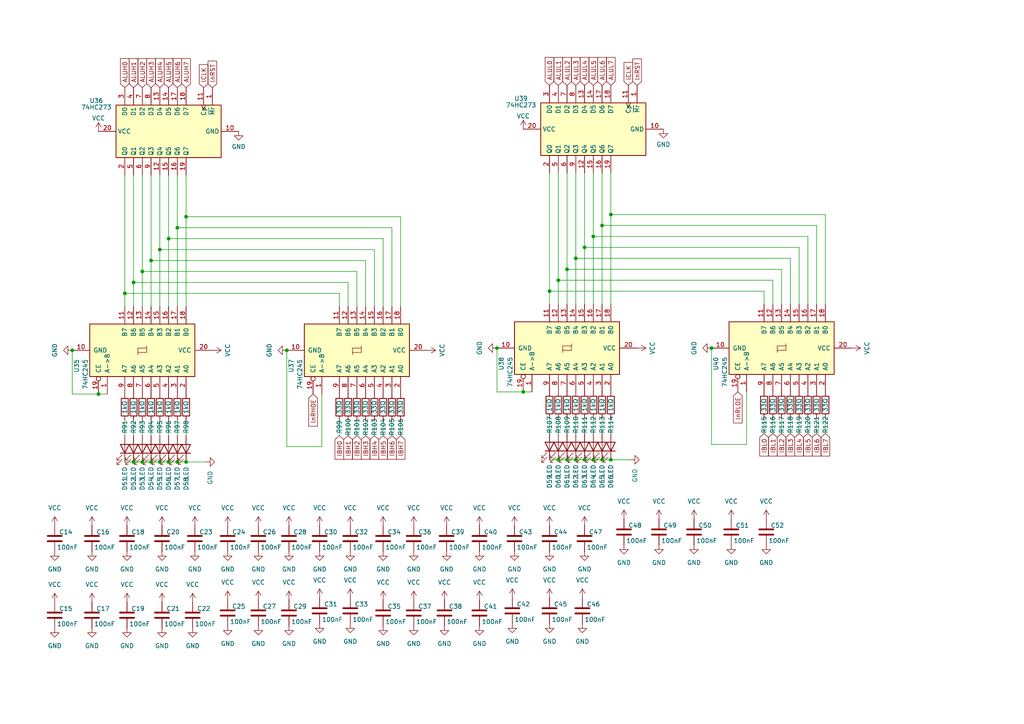
<source format=kicad_sch>
(kicad_sch (version 20211123) (generator eeschema)
  (paper "A4")
  (title_block (title "Talos ES") (date "2022-08-30") (rev "1.0") (company "The Byte Attic") (comment 1 "Kicad file by: Ricardo Setti") (comment 2 "Designed by: Bernardo Kastrup") (comment 3 "Results"))
  (junction (at 164.465 78.105))
  (junction (at 48.895 133.985))
  (junction (at 28.575 114.3))
  (junction (at 20.955 101.6))
  (junction (at 161.925 81.28))
  (junction (at 38.735 133.985))
  (junction (at 36.195 85.09))
  (junction (at 53.975 133.985))
  (junction (at 177.165 62.23))
  (junction (at 169.545 71.755))
  (junction (at 159.385 84.455))
  (junction (at 169.545 133.35))
  (junction (at 46.355 72.39))
  (junction (at 41.275 133.985))
  (junction (at 51.435 66.04))
  (junction (at 206.375 100.965))
  (junction (at 164.465 133.35))
  (junction (at 41.275 78.74))
  (junction (at 174.625 133.35))
  (junction (at 167.005 133.35))
  (junction (at 177.165 133.35))
  (junction (at 83.185 101.6))
  (junction (at 53.975 62.865))
  (junction (at 144.145 100.965))
  (junction (at 167.005 74.93))
  (junction (at 38.735 81.915))
  (junction (at 48.895 69.215))
  (junction (at 46.355 133.985))
  (junction (at 161.925 133.35))
  (junction (at 151.765 113.665))
  (junction (at 172.085 68.58))
  (junction (at 43.815 75.565))
  (junction (at 172.085 133.35))
  (junction (at 51.435 133.985))
  (junction (at 43.815 133.985))
  (junction (at 174.625 65.405))
  (wire (pts (xy 161.925 133.35) (xy 164.465 133.35)))
  (wire (pts (xy 169.545 133.35) (xy 172.085 133.35)))
  (wire (pts (xy 174.625 65.405) (xy 174.625 88.265)))
  (wire (pts (xy 83.185 101.6) (xy 83.185 129.54)))
  (wire (pts (xy 48.895 133.985) (xy 51.435 133.985)))
  (wire (pts (xy 151.765 113.665) (xy 154.305 113.665)))
  (wire (pts (xy 36.195 121.92) (xy 36.195 126.365)))
  (wire (pts (xy 226.695 121.285) (xy 226.695 125.73)))
  (wire (pts (xy 38.735 50.8) (xy 38.735 81.915)))
  (wire (pts (xy 48.895 50.8) (xy 48.895 69.215)))
  (wire (pts (xy 164.465 121.285) (xy 164.465 125.73)))
  (wire (pts (xy 221.615 121.285) (xy 221.615 125.73)))
  (wire (pts (xy 43.815 50.8) (xy 43.815 75.565)))
  (wire (pts (xy 236.855 88.265) (xy 236.855 65.405)))
  (wire (pts (xy 98.425 88.9) (xy 98.425 85.09)))
  (wire (pts (xy 174.625 133.35) (xy 177.165 133.35)))
  (wire (pts (xy 103.505 78.74) (xy 41.275 78.74)))
  (wire (pts (xy 28.575 114.3) (xy 31.115 114.3)))
  (wire (pts (xy 38.735 81.915) (xy 38.735 88.9)))
  (wire (pts (xy 159.385 121.285) (xy 159.385 125.73)))
  (wire (pts (xy 164.465 78.105) (xy 164.465 88.265)))
  (wire (pts (xy 41.275 50.8) (xy 41.275 78.74)))
  (wire (pts (xy 46.355 72.39) (xy 46.355 88.9)))
  (wire (pts (xy 51.435 50.8) (xy 51.435 66.04)))
  (wire (pts (xy 36.195 133.985) (xy 38.735 133.985)))
  (wire (pts (xy 236.855 65.405) (xy 174.625 65.405)))
  (wire (pts (xy 53.975 62.865) (xy 53.975 88.9)))
  (wire (pts (xy 111.125 69.215) (xy 48.895 69.215)))
  (wire (pts (xy 161.925 121.285) (xy 161.925 125.73)))
  (wire (pts (xy 169.545 71.755) (xy 169.545 88.265)))
  (wire (pts (xy 113.665 88.9) (xy 113.665 66.04)))
  (wire (pts (xy 229.235 121.285) (xy 229.235 125.73)))
  (wire (pts (xy 20.955 114.3) (xy 28.575 114.3)))
  (wire (pts (xy 98.425 121.92) (xy 98.425 126.365)))
  (wire (pts (xy 177.165 62.23) (xy 177.165 88.265)))
  (wire (pts (xy 172.085 68.58) (xy 172.085 88.265)))
  (wire (pts (xy 38.735 133.985) (xy 41.275 133.985)))
  (wire (pts (xy 38.735 121.92) (xy 38.735 126.365)))
  (wire (pts (xy 172.085 133.35) (xy 174.625 133.35)))
  (wire (pts (xy 236.855 121.285) (xy 236.855 125.73)))
  (wire (pts (xy 226.695 88.265) (xy 226.695 78.105)))
  (wire (pts (xy 108.585 121.92) (xy 108.585 126.365)))
  (wire (pts (xy 108.585 88.9) (xy 108.585 72.39)))
  (wire (pts (xy 100.965 81.915) (xy 38.735 81.915)))
  (wire (pts (xy 144.145 113.665) (xy 151.765 113.665)))
  (wire (pts (xy 41.275 78.74) (xy 41.275 88.9)))
  (wire (pts (xy 177.165 133.35) (xy 182.88 133.35)))
  (wire (pts (xy 231.775 121.285) (xy 231.775 125.73)))
  (wire (pts (xy 108.585 72.39) (xy 46.355 72.39)))
  (wire (pts (xy 41.275 121.92) (xy 41.275 126.365)))
  (wire (pts (xy 41.275 133.985) (xy 43.815 133.985)))
  (wire (pts (xy 169.545 50.165) (xy 169.545 71.755)))
  (wire (pts (xy 159.385 133.35) (xy 161.925 133.35)))
  (wire (pts (xy 177.165 121.285) (xy 177.165 125.73)))
  (wire (pts (xy 116.205 88.9) (xy 116.205 62.865)))
  (wire (pts (xy 224.155 88.265) (xy 224.155 81.28)))
  (wire (pts (xy 164.465 50.165) (xy 164.465 78.105)))
  (wire (pts (xy 93.345 129.54) (xy 93.345 114.3)))
  (wire (pts (xy 100.965 121.92) (xy 100.965 126.365)))
  (wire (pts (xy 159.385 84.455) (xy 159.385 88.265)))
  (wire (pts (xy 239.395 121.285) (xy 239.395 125.73)))
  (wire (pts (xy 174.625 50.165) (xy 174.625 65.405)))
  (wire (pts (xy 36.195 50.8) (xy 36.195 85.09)))
  (wire (pts (xy 172.085 121.285) (xy 172.085 125.73)))
  (wire (pts (xy 111.125 88.9) (xy 111.125 69.215)))
  (wire (pts (xy 103.505 88.9) (xy 103.505 78.74)))
  (wire (pts (xy 161.925 50.165) (xy 161.925 81.28)))
  (wire (pts (xy 43.815 75.565) (xy 43.815 88.9)))
  (wire (pts (xy 100.965 88.9) (xy 100.965 81.915)))
  (wire (pts (xy 231.775 88.265) (xy 231.775 71.755)))
  (wire (pts (xy 83.185 129.54) (xy 93.345 129.54)))
  (wire (pts (xy 51.435 133.985) (xy 53.975 133.985)))
  (wire (pts (xy 106.045 121.92) (xy 106.045 126.365)))
  (wire (pts (xy 159.385 50.165) (xy 159.385 84.455)))
  (wire (pts (xy 167.005 121.285) (xy 167.005 125.73)))
  (wire (pts (xy 48.895 69.215) (xy 48.895 88.9)))
  (wire (pts (xy 167.005 74.93) (xy 167.005 88.265)))
  (wire (pts (xy 53.975 133.985) (xy 59.69 133.985)))
  (wire (pts (xy 53.975 121.92) (xy 53.975 126.365)))
  (wire (pts (xy 106.045 88.9) (xy 106.045 75.565)))
  (wire (pts (xy 116.205 121.92) (xy 116.205 126.365)))
  (wire (pts (xy 229.235 74.93) (xy 167.005 74.93)))
  (wire (pts (xy 206.375 100.965) (xy 206.375 128.905)))
  (wire (pts (xy 53.975 50.8) (xy 53.975 62.865)))
  (wire (pts (xy 224.155 121.285) (xy 224.155 125.73)))
  (wire (pts (xy 46.355 50.8) (xy 46.355 72.39)))
  (wire (pts (xy 43.815 133.985) (xy 46.355 133.985)))
  (wire (pts (xy 113.665 121.92) (xy 113.665 126.365)))
  (wire (pts (xy 216.535 128.905) (xy 216.535 113.665)))
  (wire (pts (xy 161.925 81.28) (xy 161.925 88.265)))
  (wire (pts (xy 177.165 50.165) (xy 177.165 62.23)))
  (wire (pts (xy 167.005 133.35) (xy 169.545 133.35)))
  (wire (pts (xy 103.505 121.92) (xy 103.505 126.365)))
  (wire (pts (xy 234.315 68.58) (xy 172.085 68.58)))
  (wire (pts (xy 231.775 71.755) (xy 169.545 71.755)))
  (wire (pts (xy 172.085 50.165) (xy 172.085 68.58)))
  (wire (pts (xy 234.315 121.285) (xy 234.315 125.73)))
  (wire (pts (xy 221.615 84.455) (xy 159.385 84.455)))
  (wire (pts (xy 36.195 85.09) (xy 36.195 88.9)))
  (wire (pts (xy 164.465 133.35) (xy 167.005 133.35)))
  (wire (pts (xy 221.615 88.265) (xy 221.615 84.455)))
  (wire (pts (xy 106.045 75.565) (xy 43.815 75.565)))
  (wire (pts (xy 43.815 121.92) (xy 43.815 126.365)))
  (wire (pts (xy 226.695 78.105) (xy 164.465 78.105)))
  (wire (pts (xy 167.005 50.165) (xy 167.005 74.93)))
  (wire (pts (xy 144.145 100.965) (xy 144.145 113.665)))
  (wire (pts (xy 111.125 121.92) (xy 111.125 126.365)))
  (wire (pts (xy 48.895 121.92) (xy 48.895 126.365)))
  (wire (pts (xy 98.425 85.09) (xy 36.195 85.09)))
  (wire (pts (xy 51.435 66.04) (xy 51.435 88.9)))
  (wire (pts (xy 206.375 128.905) (xy 216.535 128.905)))
  (wire (pts (xy 229.235 88.265) (xy 229.235 74.93)))
  (wire (pts (xy 174.625 121.285) (xy 174.625 125.73)))
  (wire (pts (xy 51.435 121.92) (xy 51.435 126.365)))
  (wire (pts (xy 239.395 62.23) (xy 177.165 62.23)))
  (wire (pts (xy 46.355 133.985) (xy 48.895 133.985)))
  (wire (pts (xy 239.395 88.265) (xy 239.395 62.23)))
  (wire (pts (xy 169.545 121.285) (xy 169.545 125.73)))
  (wire (pts (xy 224.155 81.28) (xy 161.925 81.28)))
  (wire (pts (xy 113.665 66.04) (xy 51.435 66.04)))
  (wire (pts (xy 46.355 121.92) (xy 46.355 126.365)))
  (wire (pts (xy 234.315 88.265) (xy 234.315 68.58)))
  (wire (pts (xy 20.955 101.6) (xy 20.955 114.3)))
  (wire (pts (xy 116.205 62.865) (xy 53.975 62.865)))
  (global_label "ALUH6" (shape input) (at 51.435 25.4 90) (property "Intersheet References" "${INTERSHEET_REFS}" (effects hide)))
  (global_label "IBH3" (shape input) (at 106.045 126.365 270) (property "Intersheet References" "${INTERSHEET_REFS}" (effects hide)))
  (global_label "IBL1" (shape input) (at 224.155 125.73 270) (property "Intersheet References" "${INTERSHEET_REFS}" (effects hide)))
  (global_label "IBL5" (shape input) (at 234.315 125.73 270) (property "Intersheet References" "${INTERSHEET_REFS}" (effects hide)))
  (global_label "IBH7" (shape input) (at 116.205 126.365 270) (property "Intersheet References" "${INTERSHEET_REFS}" (effects hide)))
  (global_label "ALUH1" (shape input) (at 38.735 25.4 90) (property "Intersheet References" "${INTERSHEET_REFS}" (effects hide)))
  (global_label "IBH5" (shape input) (at 111.125 126.365 270) (property "Intersheet References" "${INTERSHEET_REFS}" (effects hide)))
  (global_label "IBH1" (shape input) (at 100.965 126.365 270) (property "Intersheet References" "${INTERSHEET_REFS}" (effects hide)))
  (global_label "lnRLOE" (shape input) (at 213.995 113.665 270) (property "Intersheet References" "${INTERSHEET_REFS}" (effects hide)))
  (global_label "IBH4" (shape input) (at 108.585 126.365 270) (property "Intersheet References" "${INTERSHEET_REFS}" (effects hide)))
  (global_label "lCLK" (shape input) (at 182.245 24.765 90) (property "Intersheet References" "${INTERSHEET_REFS}" (effects hide)))
  (global_label "IBL7" (shape input) (at 239.395 125.73 270) (property "Intersheet References" "${INTERSHEET_REFS}" (effects hide)))
  (global_label "ALUL0" (shape input) (at 159.385 24.765 90) (property "Intersheet References" "${INTERSHEET_REFS}" (effects hide)))
  (global_label "ALUL3" (shape input) (at 167.005 24.765 90) (property "Intersheet References" "${INTERSHEET_REFS}" (effects hide)))
  (global_label "ALUL7" (shape input) (at 177.165 24.765 90) (property "Intersheet References" "${INTERSHEET_REFS}" (effects hide)))
  (global_label "ALUH3" (shape input) (at 43.815 25.4 90) (property "Intersheet References" "${INTERSHEET_REFS}" (effects hide)))
  (global_label "ALUL2" (shape input) (at 164.465 24.765 90) (property "Intersheet References" "${INTERSHEET_REFS}" (effects hide)))
  (global_label "ALUL4" (shape input) (at 169.545 24.765 90) (property "Intersheet References" "${INTERSHEET_REFS}" (effects hide)))
  (global_label "ALUH2" (shape input) (at 41.275 25.4 90) (property "Intersheet References" "${INTERSHEET_REFS}" (effects hide)))
  (global_label "IBL4" (shape input) (at 231.775 125.73 270) (property "Intersheet References" "${INTERSHEET_REFS}" (effects hide)))
  (global_label "IBH0" (shape input) (at 98.425 126.365 270) (property "Intersheet References" "${INTERSHEET_REFS}" (effects hide)))
  (global_label "IBL6" (shape input) (at 236.855 125.73 270) (property "Intersheet References" "${INTERSHEET_REFS}" (effects hide)))
  (global_label "ALUL6" (shape input) (at 174.625 24.765 90) (property "Intersheet References" "${INTERSHEET_REFS}" (effects hide)))
  (global_label "lnRST" (shape input) (at 184.785 24.765 90) (property "Intersheet References" "${INTERSHEET_REFS}" (effects hide)))
  (global_label "ALUH0" (shape input) (at 36.195 25.4 90) (property "Intersheet References" "${INTERSHEET_REFS}" (effects hide)))
  (global_label "lCLK" (shape input) (at 59.055 25.4 90) (property "Intersheet References" "${INTERSHEET_REFS}" (effects hide)))
  (global_label "IBL3" (shape input) (at 229.235 125.73 270) (property "Intersheet References" "${INTERSHEET_REFS}" (effects hide)))
  (global_label "IBH6" (shape input) (at 113.665 126.365 270) (property "Intersheet References" "${INTERSHEET_REFS}" (effects hide)))
  (global_label "ALUL5" (shape input) (at 172.085 24.765 90) (property "Intersheet References" "${INTERSHEET_REFS}" (effects hide)))
  (global_label "ALUH7" (shape input) (at 53.975 25.4 90) (property "Intersheet References" "${INTERSHEET_REFS}" (effects hide)))
  (global_label "ALUL1" (shape input) (at 161.925 24.765 90) (property "Intersheet References" "${INTERSHEET_REFS}" (effects hide)))
  (global_label "IBL0" (shape input) (at 221.615 125.73 270) (property "Intersheet References" "${INTERSHEET_REFS}" (effects hide)))
  (global_label "lnRST" (shape input) (at 61.595 25.4 90) (property "Intersheet References" "${INTERSHEET_REFS}" (effects hide)))
  (global_label "ALUH4" (shape input) (at 46.355 25.4 90) (property "Intersheet References" "${INTERSHEET_REFS}" (effects hide)))
  (global_label "IBL2" (shape input) (at 226.695 125.73 270) (property "Intersheet References" "${INTERSHEET_REFS}" (effects hide)))
  (global_label "ALUH5" (shape input) (at 48.895 25.4 90) (property "Intersheet References" "${INTERSHEET_REFS}" (effects hide)))
  (global_label "lnRHOE" (shape input) (at 90.805 114.3 270) (property "Intersheet References" "${INTERSHEET_REFS}" (effects hide)))
  (global_label "IBH2" (shape input) (at 103.505 126.365 270) (property "Intersheet References" "${INTERSHEET_REFS}" (effects hide)))
  (symbol (lib_id "Device:C") (at 111.125 177.8 0) (unit 1)
    (property "Reference" "C35" (at 112.395 175.895 0) (effects (justify left)))
    (property "Value" "100nF" (at 111.76 180.34 0) (effects (justify left)))
    (property "Footprint" "Capacitor_THT:C_Disc_D4.7mm_W2.5mm_P5.00mm" (effects hide))
  )
  (symbol (lib_id "power:GND") (at 83.185 101.6 270) (mirror x) (unit 1)
    (property "Reference" "#PWR0237" (effects hide))
    (property "Value" "GND" (at 78.105 101.6 0))
  )
  (symbol (lib_id "Device:LED") (at 46.355 130.175 270) (mirror x) (unit 1)
    (property "Reference" "D55" (at 46.355 140.335 0))
    (property "Value" "LED" (at 46.355 137.16 0))
    (property "Footprint" "LED_THT:LED_D5.0mm" (effects hide))
  )
  (symbol (lib_id "Device:C") (at 101.6 156.21 0) (unit 1)
    (property "Reference" "C32" (at 102.87 154.305 0) (effects (justify left)))
    (property "Value" "100nF" (at 102.235 158.75 0) (effects (justify left)))
    (property "Footprint" "Capacitor_THT:C_Disc_D4.7mm_W2.5mm_P5.00mm" (effects hide))
  )
  (symbol (lib_id "power:GND") (at 222.25 158.115 0) (unit 1)
    (property "Reference" "#PWR0322" (effects hide))
    (property "Value" "GND" (at 222.25 163.195 0))
  )
  (symbol (lib_id "power:VCC") (at 139.065 173.99 0) (unit 1)
    (property "Reference" "#PWR0297" (effects hide))
    (property "Value" "VCC" (at 139.065 168.91 0))
  )
  (symbol (lib_id "Device:C") (at 159.385 156.21 0) (unit 1)
    (property "Reference" "C44" (at 160.655 154.305 0) (effects (justify left)))
    (property "Value" "100nF" (at 160.02 158.75 0) (effects (justify left)))
    (property "Footprint" "Capacitor_THT:C_Disc_D4.7mm_W2.5mm_P5.00mm" (effects hide))
  )
  (symbol (lib_id "Device:C") (at 159.385 177.165 0) (unit 1)
    (property "Reference" "C45" (at 160.655 175.26 0) (effects (justify left)))
    (property "Value" "100nF" (at 160.02 179.705 0) (effects (justify left)))
    (property "Footprint" "Capacitor_THT:C_Disc_D4.7mm_W2.5mm_P5.00mm" (effects hide))
  )
  (symbol (lib_id "power:VCC") (at 159.385 173.355 0) (unit 1)
    (property "Reference" "#PWR0301" (effects hide))
    (property "Value" "VCC" (at 159.385 168.275 0))
  )
  (symbol (lib_id "Device:R") (at 48.895 118.11 0) (mirror x) (unit 1)
    (property "Reference" "R96" (at 48.895 123.825 90))
    (property "Value" "1kΩ" (at 48.895 118.11 90))
    (property "Footprint" "Resistor_THT:R_Axial_DIN0207_L6.3mm_D2.5mm_P7.62mm_Horizontal" (effects hide))
  )
  (symbol (lib_id "Device:R") (at 164.465 117.475 0) (mirror x) (unit 1)
    (property "Reference" "R109" (at 164.465 123.19 90))
    (property "Value" "1kΩ" (at 164.465 117.475 90))
    (property "Footprint" "Resistor_THT:R_Axial_DIN0207_L6.3mm_D2.5mm_P7.62mm_Horizontal" (effects hide))
  )
  (symbol (lib_id "74xx:74HC273") (at 48.895 38.1 90) (mirror x) (unit 1)
    (property "Reference" "U36" (at 27.94 29.21 90))
    (property "Value" "74HC273" (at 27.94 31.115 90))
    (property "Footprint" "Package_DIP:DIP-20_W7.62mm_Socket" (effects hide))
    (property "Datasheet" "https://assets.nexperia.com/documents/data-sheet/74HC_HCT273.pdf" (effects hide))
  )
  (symbol (lib_id "Device:C") (at 180.975 154.305 0) (unit 1)
    (property "Reference" "C48" (at 182.245 152.4 0) (effects (justify left)))
    (property "Value" "100nF" (at 181.61 156.845 0) (effects (justify left)))
    (property "Footprint" "Capacitor_THT:C_Disc_D4.7mm_W2.5mm_P5.00mm" (effects hide))
  )
  (symbol (lib_id "Device:C") (at 139.065 156.21 0) (unit 1)
    (property "Reference" "C40" (at 140.335 154.305 0) (effects (justify left)))
    (property "Value" "100nF" (at 139.7 158.75 0) (effects (justify left)))
    (property "Footprint" "Capacitor_THT:C_Disc_D4.7mm_W2.5mm_P5.00mm" (effects hide))
  )
  (symbol (lib_id "Device:C") (at 66.04 156.21 0) (unit 1)
    (property "Reference" "C24" (at 67.31 154.305 0) (effects (justify left)))
    (property "Value" "100nF" (at 66.675 158.75 0) (effects (justify left)))
    (property "Footprint" "Capacitor_THT:C_Disc_D4.7mm_W2.5mm_P5.00mm" (effects hide))
  )
  (symbol (lib_id "power:GND") (at 36.83 160.02 0) (unit 1)
    (property "Reference" "#PWR0241" (effects hide))
    (property "Value" "GND" (at 36.83 165.1 0))
  )
  (symbol (lib_id "power:GND") (at 148.59 180.975 0) (unit 1)
    (property "Reference" "#PWR0298" (effects hide))
    (property "Value" "GND" (at 148.59 186.055 0))
  )
  (symbol (lib_id "power:VCC") (at 66.04 173.99 0) (unit 1)
    (property "Reference" "#PWR0276" (effects hide))
    (property "Value" "VCC" (at 66.04 168.91 0))
  )
  (symbol (lib_id "Device:R") (at 221.615 117.475 0) (mirror x) (unit 1)
    (property "Reference" "R115" (at 221.615 123.19 90))
    (property "Value" "33Ω" (at 221.615 117.475 90))
    (property "Footprint" "Resistor_THT:R_Axial_DIN0207_L6.3mm_D2.5mm_P7.62mm_Horizontal" (effects hide))
  )
  (symbol (lib_id "Device:R") (at 236.855 117.475 0) (mirror x) (unit 1)
    (property "Reference" "R121" (at 236.855 123.19 90))
    (property "Value" "33Ω" (at 236.855 117.475 90))
    (property "Footprint" "Resistor_THT:R_Axial_DIN0207_L6.3mm_D2.5mm_P7.62mm_Horizontal" (effects hide))
  )
  (symbol (lib_id "Device:R") (at 167.005 117.475 0) (mirror x) (unit 1)
    (property "Reference" "R110" (at 167.005 123.19 90))
    (property "Value" "1kΩ" (at 167.005 117.475 90))
    (property "Footprint" "Resistor_THT:R_Axial_DIN0207_L6.3mm_D2.5mm_P7.62mm_Horizontal" (effects hide))
  )
  (symbol (lib_id "power:VCC") (at 36.83 174.625 0) (unit 1)
    (property "Reference" "#PWR0250" (effects hide))
    (property "Value" "VCC" (at 36.83 169.545 0))
  )
  (symbol (lib_id "power:GND") (at 139.065 181.61 0) (unit 1)
    (property "Reference" "#PWR0296" (effects hide))
    (property "Value" "GND" (at 139.065 186.69 0))
  )
  (symbol (lib_id "Device:LED") (at 159.385 129.54 270) (mirror x) (unit 1)
    (property "Reference" "D59" (at 159.385 139.7 0))
    (property "Value" "LED" (at 159.385 136.525 0))
    (property "Footprint" "LED_THT:LED_D5.0mm" (effects hide))
  )
  (symbol (lib_id "power:GND") (at 46.99 182.245 0) (unit 1)
    (property "Reference" "#PWR0251" (effects hide))
    (property "Value" "GND" (at 46.99 187.325 0))
  )
  (symbol (lib_id "Device:C") (at 36.83 178.435 0) (unit 1)
    (property "Reference" "C19" (at 38.1 176.53 0) (effects (justify left)))
    (property "Value" "100nF" (at 37.465 180.975 0) (effects (justify left)))
    (property "Footprint" "Capacitor_THT:C_Disc_D4.7mm_W2.5mm_P5.00mm" (effects hide))
  )
  (symbol (lib_id "Device:R") (at 116.205 118.11 0) (mirror x) (unit 1)
    (property "Reference" "R106" (at 116.205 123.825 90))
    (property "Value" "33Ω" (at 116.205 118.11 90))
    (property "Footprint" "Resistor_THT:R_Axial_DIN0207_L6.3mm_D2.5mm_P7.62mm_Horizontal" (effects hide))
  )
  (symbol (lib_id "Device:C") (at 120.015 156.21 0) (unit 1)
    (property "Reference" "C36" (at 121.285 154.305 0) (effects (justify left)))
    (property "Value" "100nF" (at 120.65 158.75 0) (effects (justify left)))
    (property "Footprint" "Capacitor_THT:C_Disc_D4.7mm_W2.5mm_P5.00mm" (effects hide))
  )
  (symbol (lib_id "Device:C") (at 36.83 156.21 0) (unit 1)
    (property "Reference" "C18" (at 38.1 154.305 0) (effects (justify left)))
    (property "Value" "100nF" (at 37.465 158.75 0) (effects (justify left)))
    (property "Footprint" "Capacitor_THT:C_Disc_D4.7mm_W2.5mm_P5.00mm" (effects hide))
  )
  (symbol (lib_id "Device:LED") (at 41.275 130.175 270) (mirror x) (unit 1)
    (property "Reference" "D53" (at 41.275 140.335 0))
    (property "Value" "LED" (at 41.275 137.16 0))
    (property "Footprint" "LED_THT:LED_D5.0mm" (effects hide))
  )
  (symbol (lib_id "power:GND") (at 206.375 100.965 270) (mirror x) (unit 1)
    (property "Reference" "#PWR0310" (effects hide))
    (property "Value" "GND" (at 201.295 100.965 0))
  )
  (symbol (lib_id "Device:C") (at 83.82 156.21 0) (unit 1)
    (property "Reference" "C28" (at 85.09 154.305 0) (effects (justify left)))
    (property "Value" "100nF" (at 84.455 158.75 0) (effects (justify left)))
    (property "Footprint" "Capacitor_THT:C_Disc_D4.7mm_W2.5mm_P5.00mm" (effects hide))
  )
  (symbol (lib_id "power:VCC") (at 222.25 150.495 0) (unit 1)
    (property "Reference" "#PWR0321" (effects hide))
    (property "Value" "VCC" (at 222.25 145.415 0))
  )
  (symbol (lib_id "Device:R") (at 111.125 118.11 0) (mirror x) (unit 1)
    (property "Reference" "R104" (at 111.125 123.825 90))
    (property "Value" "33Ω" (at 111.125 118.11 90))
    (property "Footprint" "Resistor_THT:R_Axial_DIN0207_L6.3mm_D2.5mm_P7.62mm_Horizontal" (effects hide))
  )
  (symbol (lib_id "power:VCC") (at 169.545 152.4 0) (unit 1)
    (property "Reference" "#PWR0305" (effects hide))
    (property "Value" "VCC" (at 169.545 147.32 0))
  )
  (symbol (lib_id "power:VCC") (at 66.04 152.4 0) (unit 1)
    (property "Reference" "#PWR0269" (effects hide))
    (property "Value" "VCC" (at 66.04 147.32 0))
  )
  (symbol (lib_id "power:VCC") (at 28.575 38.1 0) (mirror y) (unit 1)
    (property "Reference" "#PWR0234" (effects hide))
    (property "Value" "VCC" (at 28.575 34.29 0))
  )
  (symbol (lib_id "Device:R") (at 239.395 117.475 0) (mirror x) (unit 1)
    (property "Reference" "R122" (at 239.395 123.19 90))
    (property "Value" "33Ω" (at 239.395 117.475 90))
    (property "Footprint" "Resistor_THT:R_Axial_DIN0207_L6.3mm_D2.5mm_P7.62mm_Horizontal" (effects hide))
  )
  (symbol (lib_id "Device:R") (at 169.545 117.475 0) (mirror x) (unit 1)
    (property "Reference" "R111" (at 169.545 123.19 90))
    (property "Value" "1kΩ" (at 169.545 117.475 90))
    (property "Footprint" "Resistor_THT:R_Axial_DIN0207_L6.3mm_D2.5mm_P7.62mm_Horizontal" (effects hide))
  )
  (symbol (lib_id "Device:LED") (at 169.545 129.54 270) (mirror x) (unit 1)
    (property "Reference" "D63" (at 169.545 139.7 0))
    (property "Value" "LED" (at 169.545 136.525 0))
    (property "Footprint" "LED_THT:LED_D5.0mm" (effects hide))
  )
  (symbol (lib_id "power:VCC") (at 46.99 174.625 0) (unit 1)
    (property "Reference" "#PWR0252" (effects hide))
    (property "Value" "VCC" (at 46.99 169.545 0))
  )
  (symbol (lib_id "Device:C") (at 191.135 154.305 0) (unit 1)
    (property "Reference" "C49" (at 192.405 152.4 0) (effects (justify left)))
    (property "Value" "100nF" (at 191.77 156.845 0) (effects (justify left)))
    (property "Footprint" "Capacitor_THT:C_Disc_D4.7mm_W2.5mm_P5.00mm" (effects hide))
  )
  (symbol (lib_id "power:GND") (at 15.875 160.02 0) (unit 1)
    (property "Reference" "#PWR0244" (effects hide))
    (property "Value" "GND" (at 15.875 165.1 0))
  )
  (symbol (lib_id "power:VCC") (at 159.385 152.4 0) (unit 1)
    (property "Reference" "#PWR0293" (effects hide))
    (property "Value" "VCC" (at 159.385 147.32 0))
  )
  (symbol (lib_id "Device:R") (at 100.965 118.11 0) (mirror x) (unit 1)
    (property "Reference" "R100" (at 100.965 123.825 90))
    (property "Value" "33Ω" (at 100.965 118.11 90))
    (property "Footprint" "Resistor_THT:R_Axial_DIN0207_L6.3mm_D2.5mm_P7.62mm_Horizontal" (effects hide))
  )
  (symbol (lib_id "power:VCC") (at 101.6 173.355 0) (unit 1)
    (property "Reference" "#PWR0284" (effects hide))
    (property "Value" "VCC" (at 101.6 168.275 0))
  )
  (symbol (lib_id "Device:C") (at 169.545 156.21 0) (unit 1)
    (property "Reference" "C47" (at 170.815 154.305 0) (effects (justify left)))
    (property "Value" "100nF" (at 170.18 158.75 0) (effects (justify left)))
    (property "Footprint" "Capacitor_THT:C_Disc_D4.7mm_W2.5mm_P5.00mm" (effects hide))
  )
  (symbol (lib_id "power:GND") (at 180.975 158.115 0) (unit 1)
    (property "Reference" "#PWR0306" (effects hide))
    (property "Value" "GND" (at 180.975 163.195 0))
  )
  (symbol (lib_id "power:GND") (at 191.135 158.115 0) (unit 1)
    (property "Reference" "#PWR0308" (effects hide))
    (property "Value" "GND" (at 191.135 163.195 0))
  )
  (symbol (lib_id "power:VCC") (at 247.015 100.965 270) (mirror x) (unit 1)
    (property "Reference" "#PWR0311" (effects hide))
    (property "Value" "VCC" (at 251.46 100.965 0))
  )
  (symbol (lib_id "Device:R") (at 103.505 118.11 0) (mirror x) (unit 1)
    (property "Reference" "R101" (at 103.505 123.825 90))
    (property "Value" "33Ω" (at 103.505 118.11 90))
    (property "Footprint" "Resistor_THT:R_Axial_DIN0207_L6.3mm_D2.5mm_P7.62mm_Horizontal" (effects hide))
  )
  (symbol (lib_id "power:VCC") (at 148.59 173.355 0) (unit 1)
    (property "Reference" "#PWR0299" (effects hide))
    (property "Value" "VCC" (at 148.59 168.275 0))
  )
  (symbol (lib_id "power:VCC") (at 56.515 152.4 0) (unit 1)
    (property "Reference" "#PWR0268" (effects hide))
    (property "Value" "VCC" (at 56.515 147.32 0))
  )
  (symbol (lib_id "power:GND") (at 55.88 182.245 0) (unit 1)
    (property "Reference" "#PWR0273" (effects hide))
    (property "Value" "GND" (at 55.88 187.325 0))
  )
  (symbol (lib_id "power:VCC") (at 111.125 173.99 0) (unit 1)
    (property "Reference" "#PWR0263" (effects hide))
    (property "Value" "VCC" (at 111.125 168.91 0))
  )
  (symbol (lib_id "Device:C") (at 56.515 156.21 0) (unit 1)
    (property "Reference" "C23" (at 57.785 154.305 0) (effects (justify left)))
    (property "Value" "100nF" (at 57.15 158.75 0) (effects (justify left)))
    (property "Footprint" "Capacitor_THT:C_Disc_D4.7mm_W2.5mm_P5.00mm" (effects hide))
  )
  (symbol (lib_id "Device:LED") (at 51.435 130.175 270) (mirror x) (unit 1)
    (property "Reference" "D57" (at 51.435 140.335 0))
    (property "Value" "LED" (at 51.435 137.16 0))
    (property "Footprint" "LED_THT:LED_D5.0mm" (effects hide))
  )
  (symbol (lib_id "Device:C") (at 128.905 177.8 0) (unit 1)
    (property "Reference" "C38" (at 130.175 175.895 0) (effects (justify left)))
    (property "Value" "100nF" (at 129.54 180.34 0) (effects (justify left)))
    (property "Footprint" "Capacitor_THT:C_Disc_D4.7mm_W2.5mm_P5.00mm" (effects hide))
  )
  (symbol (lib_id "power:GND") (at 111.125 160.02 0) (unit 1)
    (property "Reference" "#PWR0260" (effects hide))
    (property "Value" "GND" (at 111.125 165.1 0))
  )
  (symbol (lib_id "power:GND") (at 182.88 133.35 90) (mirror x) (unit 1)
    (property "Reference" "#PWR0316" (effects hide))
    (property "Value" "GND" (at 184.1499 135.89 0) (effects (justify left)))
  )
  (symbol (lib_id "Device:R") (at 41.275 118.11 0) (mirror x) (unit 1)
    (property "Reference" "R93" (at 41.275 123.825 90))
    (property "Value" "1kΩ" (at 41.275 118.11 90))
    (property "Footprint" "Resistor_THT:R_Axial_DIN0207_L6.3mm_D2.5mm_P7.62mm_Horizontal" (effects hide))
  )
  (symbol (lib_id "Device:R") (at 224.155 117.475 0) (mirror x) (unit 1)
    (property "Reference" "R116" (at 224.155 123.19 90))
    (property "Value" "33Ω" (at 224.155 117.475 90))
    (property "Footprint" "Resistor_THT:R_Axial_DIN0207_L6.3mm_D2.5mm_P7.62mm_Horizontal" (effects hide))
  )
  (symbol (lib_id "Device:C") (at 111.125 156.21 0) (unit 1)
    (property "Reference" "C34" (at 112.395 154.305 0) (effects (justify left)))
    (property "Value" "100nF" (at 111.76 158.75 0) (effects (justify left)))
    (property "Footprint" "Capacitor_THT:C_Disc_D4.7mm_W2.5mm_P5.00mm" (effects hide))
  )
  (symbol (lib_id "power:GND") (at 149.225 160.02 0) (unit 1)
    (property "Reference" "#PWR0290" (effects hide))
    (property "Value" "GND" (at 149.225 165.1 0))
  )
  (symbol (lib_id "Device:R") (at 161.925 117.475 0) (mirror x) (unit 1)
    (property "Reference" "R108" (at 161.925 123.19 90))
    (property "Value" "1kΩ" (at 161.925 117.475 90))
    (property "Footprint" "Resistor_THT:R_Axial_DIN0207_L6.3mm_D2.5mm_P7.62mm_Horizontal" (effects hide))
  )
  (symbol (lib_id "power:GND") (at 159.385 180.975 0) (unit 1)
    (property "Reference" "#PWR0300" (effects hide))
    (property "Value" "GND" (at 159.385 186.055 0))
  )
  (symbol (lib_id "power:VCC") (at 191.135 150.495 0) (unit 1)
    (property "Reference" "#PWR0309" (effects hide))
    (property "Value" "VCC" (at 191.135 145.415 0))
  )
  (symbol (lib_id "power:VCC") (at 92.71 173.355 0) (unit 1)
    (property "Reference" "#PWR0282" (effects hide))
    (property "Value" "VCC" (at 92.71 168.275 0))
  )
  (symbol (lib_id "Device:LED") (at 177.165 129.54 270) (mirror x) (unit 1)
    (property "Reference" "D66" (at 177.165 139.7 0))
    (property "Value" "LED" (at 177.165 136.525 0))
    (property "Footprint" "LED_THT:LED_D5.0mm" (effects hide))
  )
  (symbol (lib_id "power:VCC") (at 168.91 173.355 0) (unit 1)
    (property "Reference" "#PWR0303" (effects hide))
    (property "Value" "VCC" (at 168.91 168.275 0))
  )
  (symbol (lib_id "power:GND") (at 159.385 160.02 0) (unit 1)
    (property "Reference" "#PWR0292" (effects hide))
    (property "Value" "GND" (at 159.385 165.1 0))
  )
  (symbol (lib_id "Device:C") (at 74.93 156.21 0) (unit 1)
    (property "Reference" "C26" (at 76.2 154.305 0) (effects (justify left)))
    (property "Value" "100nF" (at 75.565 158.75 0) (effects (justify left)))
    (property "Footprint" "Capacitor_THT:C_Disc_D4.7mm_W2.5mm_P5.00mm" (effects hide))
  )
  (symbol (lib_id "Device:LED") (at 43.815 130.175 270) (mirror x) (unit 1)
    (property "Reference" "D54" (at 43.815 140.335 0))
    (property "Value" "LED" (at 43.815 137.16 0))
    (property "Footprint" "LED_THT:LED_D5.0mm" (effects hide))
  )
  (symbol (lib_id "power:GND") (at 15.875 182.245 0) (unit 1)
    (property "Reference" "#PWR0245" (effects hide))
    (property "Value" "GND" (at 15.875 187.325 0))
  )
  (symbol (lib_id "Device:LED") (at 167.005 129.54 270) (mirror x) (unit 1)
    (property "Reference" "D62" (at 167.005 139.7 0))
    (property "Value" "LED" (at 167.005 136.525 0))
    (property "Footprint" "LED_THT:LED_D5.0mm" (effects hide))
  )
  (symbol (lib_id "power:GND") (at 144.145 100.965 270) (mirror x) (unit 1)
    (property "Reference" "#PWR0315" (effects hide))
    (property "Value" "GND" (at 139.065 100.965 0))
  )
  (symbol (lib_id "Device:C") (at 139.065 177.8 0) (unit 1)
    (property "Reference" "C41" (at 140.335 175.895 0) (effects (justify left)))
    (property "Value" "100nF" (at 139.7 180.34 0) (effects (justify left)))
    (property "Footprint" "Capacitor_THT:C_Disc_D4.7mm_W2.5mm_P5.00mm" (effects hide))
  )
  (symbol (lib_id "power:VCC") (at 36.83 152.4 0) (unit 1)
    (property "Reference" "#PWR0242" (effects hide))
    (property "Value" "VCC" (at 36.83 147.32 0))
  )
  (symbol (lib_id "power:VCC") (at 139.065 152.4 0) (unit 1)
    (property "Reference" "#PWR0289" (effects hide))
    (property "Value" "VCC" (at 139.065 147.32 0))
  )
  (symbol (lib_id "Device:C") (at 212.09 154.305 0) (unit 1)
    (property "Reference" "C51" (at 213.36 152.4 0) (effects (justify left)))
    (property "Value" "100nF" (at 212.725 156.845 0) (effects (justify left)))
    (property "Footprint" "Capacitor_THT:C_Disc_D4.7mm_W2.5mm_P5.00mm" (effects hide))
  )
  (symbol (lib_id "Device:R") (at 177.165 117.475 0) (mirror x) (unit 1)
    (property "Reference" "R114" (at 177.165 123.19 90))
    (property "Value" "1kΩ" (at 177.165 117.475 90))
    (property "Footprint" "Resistor_THT:R_Axial_DIN0207_L6.3mm_D2.5mm_P7.62mm_Horizontal" (effects hide))
  )
  (symbol (lib_id "Device:LED") (at 48.895 130.175 270) (mirror x) (unit 1)
    (property "Reference" "D56" (at 48.895 140.335 0))
    (property "Value" "LED" (at 48.895 137.16 0))
    (property "Footprint" "LED_THT:LED_D5.0mm" (effects hide))
  )
  (symbol (lib_id "Device:LED") (at 164.465 129.54 270) (mirror x) (unit 1)
    (property "Reference" "D61" (at 164.465 139.7 0))
    (property "Value" "LED" (at 164.465 136.525 0))
    (property "Footprint" "LED_THT:LED_D5.0mm" (effects hide))
  )
  (symbol (lib_id "Device:C") (at 92.71 156.21 0) (unit 1)
    (property "Reference" "C30" (at 93.98 154.305 0) (effects (justify left)))
    (property "Value" "100nF" (at 93.345 158.75 0) (effects (justify left)))
    (property "Footprint" "Capacitor_THT:C_Disc_D4.7mm_W2.5mm_P5.00mm" (effects hide))
  )
  (symbol (lib_id "Device:LED") (at 53.975 130.175 270) (mirror x) (unit 1)
    (property "Reference" "D58" (at 53.975 140.335 0))
    (property "Value" "LED" (at 53.975 137.16 0))
    (property "Footprint" "LED_THT:LED_D5.0mm" (effects hide))
  )
  (symbol (lib_id "power:VCC") (at 101.6 152.4 0) (unit 1)
    (property "Reference" "#PWR0257" (effects hide))
    (property "Value" "VCC" (at 101.6 147.32 0))
  )
  (symbol (lib_id "power:GND") (at 69.215 38.1 0) (mirror y) (unit 1)
    (property "Reference" "#PWR0235" (effects hide))
    (property "Value" "GND" (at 69.215 42.545 0))
  )
  (symbol (lib_id "74xx:74HC273") (at 172.085 37.465 90) (mirror x) (unit 1)
    (property "Reference" "U39" (at 151.13 28.575 90))
    (property "Value" "74HC273" (at 151.13 30.48 90))
    (property "Footprint" "Package_DIP:DIP-20_W7.62mm_Socket" (effects hide))
    (property "Datasheet" "https://assets.nexperia.com/documents/data-sheet/74HC_HCT273.pdf" (effects hide))
  )
  (symbol (lib_id "Device:LED") (at 172.085 129.54 270) (mirror x) (unit 1)
    (property "Reference" "D64" (at 172.085 139.7 0))
    (property "Value" "LED" (at 172.085 136.525 0))
    (property "Footprint" "LED_THT:LED_D5.0mm" (effects hide))
  )
  (symbol (lib_id "power:VCC") (at 61.595 101.6 270) (mirror x) (unit 1)
    (property "Reference" "#PWR0233" (effects hide))
    (property "Value" "VCC" (at 66.04 101.6 0))
  )
  (symbol (lib_id "power:VCC") (at 180.975 150.495 0) (unit 1)
    (property "Reference" "#PWR0307" (effects hide))
    (property "Value" "VCC" (at 180.975 145.415 0))
  )
  (symbol (lib_id "power:VCC") (at 46.99 152.4 0) (unit 1)
    (property "Reference" "#PWR0266" (effects hide))
    (property "Value" "VCC" (at 46.99 147.32 0))
  )
  (symbol (lib_id "power:GND") (at 128.905 181.61 0) (unit 1)
    (property "Reference" "#PWR0294" (effects hide))
    (property "Value" "GND" (at 128.905 186.69 0))
  )
  (symbol (lib_id "power:GND") (at 83.82 160.02 0) (unit 1)
    (property "Reference" "#PWR0253" (effects hide))
    (property "Value" "GND" (at 83.82 165.1 0))
  )
  (symbol (lib_id "power:GND") (at 92.71 180.975 0) (unit 1)
    (property "Reference" "#PWR0281" (effects hide))
    (property "Value" "GND" (at 92.71 186.055 0))
  )
  (symbol (lib_id "Device:C") (at 222.25 154.305 0) (unit 1)
    (property "Reference" "C52" (at 223.52 152.4 0) (effects (justify left)))
    (property "Value" "100nF" (at 222.885 156.845 0) (effects (justify left)))
    (property "Footprint" "Capacitor_THT:C_Disc_D4.7mm_W2.5mm_P5.00mm" (effects hide))
  )
  (symbol (lib_id "power:GND") (at 111.125 181.61 0) (unit 1)
    (property "Reference" "#PWR0285" (effects hide))
    (property "Value" "GND" (at 111.125 186.69 0))
  )
  (symbol (lib_id "Device:C") (at 129.54 156.21 0) (unit 1)
    (property "Reference" "C39" (at 130.81 154.305 0) (effects (justify left)))
    (property "Value" "100nF" (at 130.175 158.75 0) (effects (justify left)))
    (property "Footprint" "Capacitor_THT:C_Disc_D4.7mm_W2.5mm_P5.00mm" (effects hide))
  )
  (symbol (lib_id "power:GND") (at 46.99 160.02 0) (unit 1)
    (property "Reference" "#PWR0243" (effects hide))
    (property "Value" "GND" (at 46.99 165.1 0))
  )
  (symbol (lib_id "Device:R") (at 108.585 118.11 0) (mirror x) (unit 1)
    (property "Reference" "R103" (at 108.585 123.825 90))
    (property "Value" "33Ω" (at 108.585 118.11 90))
    (property "Footprint" "Resistor_THT:R_Axial_DIN0207_L6.3mm_D2.5mm_P7.62mm_Horizontal" (effects hide))
  )
  (symbol (lib_id "power:VCC") (at 74.93 173.99 0) (unit 1)
    (property "Reference" "#PWR0278" (effects hide))
    (property "Value" "VCC" (at 74.93 168.91 0))
  )
  (symbol (lib_id "Device:C") (at 168.91 177.165 0) (unit 1)
    (property "Reference" "C46" (at 170.18 175.26 0) (effects (justify left)))
    (property "Value" "100nF" (at 169.545 179.705 0) (effects (justify left)))
    (property "Footprint" "Capacitor_THT:C_Disc_D4.7mm_W2.5mm_P5.00mm" (effects hide))
  )
  (symbol (lib_id "power:VCC") (at 92.71 152.4 0) (unit 1)
    (property "Reference" "#PWR0256" (effects hide))
    (property "Value" "VCC" (at 92.71 147.32 0))
  )
  (symbol (lib_id "Device:R") (at 172.085 117.475 0) (mirror x) (unit 1)
    (property "Reference" "R112" (at 172.085 123.19 90))
    (property "Value" "1kΩ" (at 172.085 117.475 90))
    (property "Footprint" "Resistor_THT:R_Axial_DIN0207_L6.3mm_D2.5mm_P7.62mm_Horizontal" (effects hide))
  )
  (symbol (lib_id "power:GND") (at 120.015 181.61 0) (unit 1)
    (property "Reference" "#PWR0264" (effects hide))
    (property "Value" "GND" (at 120.015 186.69 0))
  )
  (symbol (lib_id "power:GND") (at 66.04 160.02 0) (unit 1)
    (property "Reference" "#PWR0270" (effects hide))
    (property "Value" "GND" (at 66.04 165.1 0))
  )
  (symbol (lib_id "Device:C") (at 15.875 156.21 0) (unit 1)
    (property "Reference" "C14" (at 17.145 154.305 0) (effects (justify left)))
    (property "Value" "100nF" (at 16.51 158.75 0) (effects (justify left)))
    (property "Footprint" "Capacitor_THT:C_Disc_D4.7mm_W2.5mm_P5.00mm" (effects hide))
  )
  (symbol (lib_id "power:GND") (at 169.545 160.02 0) (unit 1)
    (property "Reference" "#PWR0304" (effects hide))
    (property "Value" "GND" (at 169.545 165.1 0))
  )
  (symbol (lib_id "power:VCC") (at 212.09 150.495 0) (unit 1)
    (property "Reference" "#PWR0320" (effects hide))
    (property "Value" "VCC" (at 212.09 145.415 0))
  )
  (symbol (lib_id "power:GND") (at 212.09 158.115 0) (unit 1)
    (property "Reference" "#PWR0319" (effects hide))
    (property "Value" "GND" (at 212.09 163.195 0))
  )
  (symbol (lib_id "power:VCC") (at 74.93 152.4 0) (unit 1)
    (property "Reference" "#PWR0272" (effects hide))
    (property "Value" "VCC" (at 74.93 147.32 0))
  )
  (symbol (lib_id "Device:C") (at 148.59 177.165 0) (unit 1)
    (property "Reference" "C42" (at 149.86 175.26 0) (effects (justify left)))
    (property "Value" "100nF" (at 149.225 179.705 0) (effects (justify left)))
    (property "Footprint" "Capacitor_THT:C_Disc_D4.7mm_W2.5mm_P5.00mm" (effects hide))
  )
  (symbol (lib_id "Device:C") (at 74.93 177.8 0) (unit 1)
    (property "Reference" "C27" (at 76.2 175.895 0) (effects (justify left)))
    (property "Value" "100nF" (at 75.565 180.34 0) (effects (justify left)))
    (property "Footprint" "Capacitor_THT:C_Disc_D4.7mm_W2.5mm_P5.00mm" (effects hide))
  )
  (symbol (lib_id "Device:LED") (at 174.625 129.54 270) (mirror x) (unit 1)
    (property "Reference" "D65" (at 174.625 139.7 0))
    (property "Value" "LED" (at 174.625 136.525 0))
    (property "Footprint" "LED_THT:LED_D5.0mm" (effects hide))
  )
  (symbol (lib_id "power:GND") (at 83.82 181.61 0) (unit 1)
    (property "Reference" "#PWR0279" (effects hide))
    (property "Value" "GND" (at 83.82 186.69 0))
  )
  (symbol (lib_id "Device:R") (at 43.815 118.11 0) (mirror x) (unit 1)
    (property "Reference" "R94" (at 43.815 123.825 90))
    (property "Value" "1kΩ" (at 43.815 118.11 90))
    (property "Footprint" "Resistor_THT:R_Axial_DIN0207_L6.3mm_D2.5mm_P7.62mm_Horizontal" (effects hide))
  )
  (symbol (lib_id "Device:R") (at 234.315 117.475 0) (mirror x) (unit 1)
    (property "Reference" "R120" (at 234.315 123.19 90))
    (property "Value" "33Ω" (at 234.315 117.475 90))
    (property "Footprint" "Resistor_THT:R_Axial_DIN0207_L6.3mm_D2.5mm_P7.62mm_Horizontal" (effects hide))
  )
  (symbol (lib_id "Device:C") (at 201.295 154.305 0) (unit 1)
    (property "Reference" "C50" (at 202.565 152.4 0) (effects (justify left)))
    (property "Value" "100nF" (at 201.93 156.845 0) (effects (justify left)))
    (property "Footprint" "Capacitor_THT:C_Disc_D4.7mm_W2.5mm_P5.00mm" (effects hide))
  )
  (symbol (lib_id "power:VCC") (at 151.765 37.465 0) (mirror y) (unit 1)
    (property "Reference" "#PWR0314" (effects hide))
    (property "Value" "VCC" (at 151.765 33.655 0))
  )
  (symbol (lib_id "power:GND") (at 56.515 160.02 0) (unit 1)
    (property "Reference" "#PWR0267" (effects hide))
    (property "Value" "GND" (at 56.515 165.1 0))
  )
  (symbol (lib_id "power:GND") (at 201.295 158.115 0) (unit 1)
    (property "Reference" "#PWR0318" (effects hide))
    (property "Value" "GND" (at 201.295 163.195 0))
  )
  (symbol (lib_id "power:GND") (at 101.6 160.02 0) (unit 1)
    (property "Reference" "#PWR0258" (effects hide))
    (property "Value" "GND" (at 101.6 165.1 0))
  )
  (symbol (lib_id "power:GND") (at 26.67 160.02 0) (unit 1)
    (property "Reference" "#PWR0238" (effects hide))
    (property "Value" "GND" (at 26.67 165.1 0))
  )
  (symbol (lib_id "Device:C") (at 101.6 177.165 0) (unit 1)
    (property "Reference" "C33" (at 102.87 175.26 0) (effects (justify left)))
    (property "Value" "100nF" (at 102.235 179.705 0) (effects (justify left)))
    (property "Footprint" "Capacitor_THT:C_Disc_D4.7mm_W2.5mm_P5.00mm" (effects hide))
  )
  (symbol (lib_id "power:VCC") (at 26.67 152.4 0) (unit 1)
    (property "Reference" "#PWR0239" (effects hide))
    (property "Value" "VCC" (at 26.67 147.32 0))
  )
  (symbol (lib_id "74xx:74HC245") (at 164.465 100.965 270) (mirror x) (unit 1)
    (property "Reference" "U38" (at 145.415 103.505 0) (effects (justify right)))
    (property "Value" "74HC245" (at 147.955 103.505 0) (effects (justify right)))
    (property "Footprint" "Package_DIP:DIP-20_W7.62mm_Socket" (effects hide))
    (property "Datasheet" "http://www.ti.com/lit/gpn/sn74HC245" (effects hide))
  )
  (symbol (lib_id "Device:R") (at 106.045 118.11 0) (mirror x) (unit 1)
    (property "Reference" "R102" (at 106.045 123.825 90))
    (property "Value" "33Ω" (at 106.045 118.11 90))
    (property "Footprint" "Resistor_THT:R_Axial_DIN0207_L6.3mm_D2.5mm_P7.62mm_Horizontal" (effects hide))
  )
  (symbol (lib_id "power:VCC") (at 201.295 150.495 0) (unit 1)
    (property "Reference" "#PWR0317" (effects hide))
    (property "Value" "VCC" (at 201.295 145.415 0))
  )
  (symbol (lib_id "power:VCC") (at 128.905 173.99 0) (unit 1)
    (property "Reference" "#PWR0295" (effects hide))
    (property "Value" "VCC" (at 128.905 168.91 0))
  )
  (symbol (lib_id "power:VCC") (at 55.88 174.625 0) (unit 1)
    (property "Reference" "#PWR0274" (effects hide))
    (property "Value" "VCC" (at 55.88 169.545 0))
  )
  (symbol (lib_id "Device:C") (at 46.99 178.435 0) (unit 1)
    (property "Reference" "C21" (at 48.26 176.53 0) (effects (justify left)))
    (property "Value" "100nF" (at 47.625 180.975 0) (effects (justify left)))
    (property "Footprint" "Capacitor_THT:C_Disc_D4.7mm_W2.5mm_P5.00mm" (effects hide))
  )
  (symbol (lib_id "74xx:74HC245") (at 226.695 100.965 270) (mirror x) (unit 1)
    (property "Reference" "U40" (at 207.645 103.505 0) (effects (justify right)))
    (property "Value" "74HC245" (at 210.185 103.505 0) (effects (justify right)))
    (property "Footprint" "Package_DIP:DIP-20_W7.62mm_Socket" (effects hide))
    (property "Datasheet" "http://www.ti.com/lit/gpn/sn74HC245" (effects hide))
  )
  (symbol (lib_id "Device:C") (at 15.875 178.435 0) (unit 1)
    (property "Reference" "C15" (at 17.145 176.53 0) (effects (justify left)))
    (property "Value" "100nF" (at 16.51 180.975 0) (effects (justify left)))
    (property "Footprint" "Capacitor_THT:C_Disc_D4.7mm_W2.5mm_P5.00mm" (effects hide))
  )
  (symbol (lib_id "Device:R") (at 36.195 118.11 0) (mirror x) (unit 1)
    (property "Reference" "R91" (at 36.195 123.825 90))
    (property "Value" "1kΩ" (at 36.195 118.11 90))
    (property "Footprint" "Resistor_THT:R_Axial_DIN0207_L6.3mm_D2.5mm_P7.62mm_Horizontal" (effects hide))
  )
  (symbol (lib_id "power:GND") (at 26.67 182.245 0) (unit 1)
    (property "Reference" "#PWR0247" (effects hide))
    (property "Value" "GND" (at 26.67 187.325 0))
  )
  (symbol (lib_id "Device:LED") (at 36.195 130.175 270) (mirror x) (unit 1)
    (property "Reference" "D51" (at 36.195 140.335 0))
    (property "Value" "LED" (at 36.195 137.16 0))
    (property "Footprint" "LED_THT:LED_D5.0mm" (effects hide))
  )
  (symbol (lib_id "power:GND") (at 92.71 160.02 0) (unit 1)
    (property "Reference" "#PWR0255" (effects hide))
    (property "Value" "GND" (at 92.71 165.1 0))
  )
  (symbol (lib_id "Device:R") (at 229.235 117.475 0) (mirror x) (unit 1)
    (property "Reference" "R118" (at 229.235 123.19 90))
    (property "Value" "33Ω" (at 229.235 117.475 90))
    (property "Footprint" "Resistor_THT:R_Axial_DIN0207_L6.3mm_D2.5mm_P7.62mm_Horizontal" (effects hide))
  )
  (symbol (lib_id "Device:R") (at 53.975 118.11 0) (mirror x) (unit 1)
    (property "Reference" "R98" (at 53.975 123.825 90))
    (property "Value" "1kΩ" (at 53.975 118.11 90))
    (property "Footprint" "Resistor_THT:R_Axial_DIN0207_L6.3mm_D2.5mm_P7.62mm_Horizontal" (effects hide))
  )
  (symbol (lib_id "Device:R") (at 98.425 118.11 0) (mirror x) (unit 1)
    (property "Reference" "R99" (at 98.425 123.825 90))
    (property "Value" "33Ω" (at 98.425 118.11 90))
    (property "Footprint" "Resistor_THT:R_Axial_DIN0207_L6.3mm_D2.5mm_P7.62mm_Horizontal" (effects hide))
  )
  (symbol (lib_id "74xx:74HC245") (at 41.275 101.6 270) (mirror x) (unit 1)
    (property "Reference" "U35" (at 22.225 104.14 0) (effects (justify right)))
    (property "Value" "74HC245" (at 24.765 104.14 0) (effects (justify right)))
    (property "Footprint" "Package_DIP:DIP-20_W7.62mm_Socket" (effects hide))
    (property "Datasheet" "http://www.ti.com/lit/gpn/sn74HC245" (effects hide))
  )
  (symbol (lib_id "power:VCC") (at 26.67 174.625 0) (unit 1)
    (property "Reference" "#PWR0248" (effects hide))
    (property "Value" "VCC" (at 26.67 169.545 0))
  )
  (symbol (lib_id "power:GND") (at 139.065 160.02 0) (unit 1)
    (property "Reference" "#PWR0288" (effects hide))
    (property "Value" "GND" (at 139.065 165.1 0))
  )
  (symbol (lib_id "74xx:74HC245") (at 103.505 101.6 270) (mirror x) (unit 1)
    (property "Reference" "U37" (at 84.455 104.14 0) (effects (justify right)))
    (property "Value" "74HC245" (at 86.995 104.14 0) (effects (justify right)))
    (property "Footprint" "Package_DIP:DIP-20_W7.62mm_Socket" (effects hide))
    (property "Datasheet" "http://www.ti.com/lit/gpn/sn74HC245" (effects hide))
  )
  (symbol (lib_id "Device:LED") (at 38.735 130.175 270) (mirror x) (unit 1)
    (property "Reference" "D52" (at 38.735 140.335 0))
    (property "Value" "LED" (at 38.735 137.16 0))
    (property "Footprint" "LED_THT:LED_D5.0mm" (effects hide))
  )
  (symbol (lib_id "Device:C") (at 83.82 177.8 0) (unit 1)
    (property "Reference" "C29" (at 85.09 175.895 0) (effects (justify left)))
    (property "Value" "100nF" (at 84.455 180.34 0) (effects (justify left)))
    (property "Footprint" "Capacitor_THT:C_Disc_D4.7mm_W2.5mm_P5.00mm" (effects hide))
  )
  (symbol (lib_id "power:VCC") (at 83.82 152.4 0) (unit 1)
    (property "Reference" "#PWR0254" (effects hide))
    (property "Value" "VCC" (at 83.82 147.32 0))
  )
  (symbol (lib_id "power:GND") (at 20.955 101.6 270) (mirror x) (unit 1)
    (property "Reference" "#PWR0231" (effects hide))
    (property "Value" "GND" (at 15.875 101.6 0))
  )
  (symbol (lib_id "power:VCC") (at 184.785 100.965 270) (mirror x) (unit 1)
    (property "Reference" "#PWR0312" (effects hide))
    (property "Value" "VCC" (at 189.23 100.965 0))
  )
  (symbol (lib_id "power:GND") (at 101.6 180.975 0) (unit 1)
    (property "Reference" "#PWR0283" (effects hide))
    (property "Value" "GND" (at 101.6 186.055 0))
  )
  (symbol (lib_id "Device:R") (at 231.775 117.475 0) (mirror x) (unit 1)
    (property "Reference" "R119" (at 231.775 123.19 90))
    (property "Value" "33Ω" (at 231.775 117.475 90))
    (property "Footprint" "Resistor_THT:R_Axial_DIN0207_L6.3mm_D2.5mm_P7.62mm_Horizontal" (effects hide))
  )
  (symbol (lib_id "Device:C") (at 149.225 156.21 0) (unit 1)
    (property "Reference" "C43" (at 150.495 154.305 0) (effects (justify left)))
    (property "Value" "100nF" (at 149.86 158.75 0) (effects (justify left)))
    (property "Footprint" "Capacitor_THT:C_Disc_D4.7mm_W2.5mm_P5.00mm" (effects hide))
  )
  (symbol (lib_id "Device:R") (at 51.435 118.11 0) (mirror x) (unit 1)
    (property "Reference" "R97" (at 51.435 123.825 90))
    (property "Value" "1kΩ" (at 51.435 118.11 90))
    (property "Footprint" "Resistor_THT:R_Axial_DIN0207_L6.3mm_D2.5mm_P7.62mm_Horizontal" (effects hide))
  )
  (symbol (lib_id "power:VCC") (at 129.54 152.4 0) (unit 1)
    (property "Reference" "#PWR0286" (effects hide))
    (property "Value" "VCC" (at 129.54 147.32 0))
  )
  (symbol (lib_id "Device:R") (at 159.385 117.475 0) (mirror x) (unit 1)
    (property "Reference" "R107" (at 159.385 123.19 90))
    (property "Value" "1kΩ" (at 159.385 117.475 90))
    (property "Footprint" "Resistor_THT:R_Axial_DIN0207_L6.3mm_D2.5mm_P7.62mm_Horizontal" (effects hide))
  )
  (symbol (lib_id "power:VCC") (at 83.82 173.99 0) (unit 1)
    (property "Reference" "#PWR0280" (effects hide))
    (property "Value" "VCC" (at 83.82 168.91 0))
  )
  (symbol (lib_id "power:GND") (at 59.69 133.985 90) (mirror x) (unit 1)
    (property "Reference" "#PWR0232" (effects hide))
    (property "Value" "GND" (at 60.9599 136.525 0) (effects (justify left)))
  )
  (symbol (lib_id "power:VCC") (at 120.015 152.4 0) (unit 1)
    (property "Reference" "#PWR0262" (effects hide))
    (property "Value" "VCC" (at 120.015 147.32 0))
  )
  (symbol (lib_id "Device:C") (at 26.67 156.21 0) (unit 1)
    (property "Reference" "C16" (at 27.94 154.305 0) (effects (justify left)))
    (property "Value" "100nF" (at 27.305 158.75 0) (effects (justify left)))
    (property "Footprint" "Capacitor_THT:C_Disc_D4.7mm_W2.5mm_P5.00mm" (effects hide))
  )
  (symbol (lib_id "power:GND") (at 192.405 37.465 0) (mirror y) (unit 1)
    (property "Reference" "#PWR0313" (effects hide))
    (property "Value" "GND" (at 192.405 41.91 0))
  )
  (symbol (lib_id "Device:LED") (at 161.925 129.54 270) (mirror x) (unit 1)
    (property "Reference" "D60" (at 161.925 139.7 0))
    (property "Value" "LED" (at 161.925 136.525 0))
    (property "Footprint" "LED_THT:LED_D5.0mm" (effects hide))
  )
  (symbol (lib_id "Device:R") (at 113.665 118.11 0) (mirror x) (unit 1)
    (property "Reference" "R105" (at 113.665 123.825 90))
    (property "Value" "33Ω" (at 113.665 118.11 90))
    (property "Footprint" "Resistor_THT:R_Axial_DIN0207_L6.3mm_D2.5mm_P7.62mm_Horizontal" (effects hide))
  )
  (symbol (lib_id "power:VCC") (at 123.825 101.6 270) (mirror x) (unit 1)
    (property "Reference" "#PWR0236" (effects hide))
    (property "Value" "VCC" (at 128.27 101.6 0))
  )
  (symbol (lib_id "power:VCC") (at 15.875 174.625 0) (unit 1)
    (property "Reference" "#PWR0246" (effects hide))
    (property "Value" "VCC" (at 15.875 169.545 0))
  )
  (symbol (lib_id "Device:C") (at 55.88 178.435 0) (unit 1)
    (property "Reference" "C22" (at 57.15 176.53 0) (effects (justify left)))
    (property "Value" "100nF" (at 56.515 180.975 0) (effects (justify left)))
    (property "Footprint" "Capacitor_THT:C_Disc_D4.7mm_W2.5mm_P5.00mm" (effects hide))
  )
  (symbol (lib_id "power:VCC") (at 111.125 152.4 0) (unit 1)
    (property "Reference" "#PWR0259" (effects hide))
    (property "Value" "VCC" (at 111.125 147.32 0))
  )
  (symbol (lib_id "power:GND") (at 74.93 181.61 0) (unit 1)
    (property "Reference" "#PWR0277" (effects hide))
    (property "Value" "GND" (at 74.93 186.69 0))
  )
  (symbol (lib_id "power:GND") (at 168.91 180.975 0) (unit 1)
    (property "Reference" "#PWR0302" (effects hide))
    (property "Value" "GND" (at 168.91 186.055 0))
  )
  (symbol (lib_id "Device:R") (at 226.695 117.475 0) (mirror x) (unit 1)
    (property "Reference" "R117" (at 226.695 123.19 90))
    (property "Value" "33Ω" (at 226.695 117.475 90))
    (property "Footprint" "Resistor_THT:R_Axial_DIN0207_L6.3mm_D2.5mm_P7.62mm_Horizontal" (effects hide))
  )
  (symbol (lib_id "Device:R") (at 38.735 118.11 0) (mirror x) (unit 1)
    (property "Reference" "R92" (at 38.735 123.825 90))
    (property "Value" "1kΩ" (at 38.735 118.11 90))
    (property "Footprint" "Resistor_THT:R_Axial_DIN0207_L6.3mm_D2.5mm_P7.62mm_Horizontal" (effects hide))
  )
  (symbol (lib_id "Device:C") (at 26.67 178.435 0) (unit 1)
    (property "Reference" "C17" (at 27.94 176.53 0) (effects (justify left)))
    (property "Value" "100nF" (at 27.305 180.975 0) (effects (justify left)))
    (property "Footprint" "Capacitor_THT:C_Disc_D4.7mm_W2.5mm_P5.00mm" (effects hide))
  )
  (symbol (lib_id "power:GND") (at 74.93 160.02 0) (unit 1)
    (property "Reference" "#PWR0271" (effects hide))
    (property "Value" "GND" (at 74.93 165.1 0))
  )
  (symbol (lib_id "power:VCC") (at 15.875 152.4 0) (unit 1)
    (property "Reference" "#PWR0240" (effects hide))
    (property "Value" "VCC" (at 15.875 147.32 0))
  )
  (symbol (lib_id "Device:R") (at 46.355 118.11 0) (mirror x) (unit 1)
    (property "Reference" "R95" (at 46.355 123.825 90))
    (property "Value" "1kΩ" (at 46.355 118.11 90))
    (property "Footprint" "Resistor_THT:R_Axial_DIN0207_L6.3mm_D2.5mm_P7.62mm_Horizontal" (effects hide))
  )
  (symbol (lib_id "Device:C") (at 66.04 177.8 0) (unit 1)
    (property "Reference" "C25" (at 67.31 175.895 0) (effects (justify left)))
    (property "Value" "100nF" (at 66.675 180.34 0) (effects (justify left)))
    (property "Footprint" "Capacitor_THT:C_Disc_D4.7mm_W2.5mm_P5.00mm" (effects hide))
  )
  (symbol (lib_id "power:VCC") (at 149.225 152.4 0) (unit 1)
    (property "Reference" "#PWR0291" (effects hide))
    (property "Value" "VCC" (at 149.225 147.32 0))
  )
  (symbol (lib_id "Device:R") (at 174.625 117.475 0) (mirror x) (unit 1)
    (property "Reference" "R113" (at 174.625 123.19 90))
    (property "Value" "1kΩ" (at 174.625 117.475 90))
    (property "Footprint" "Resistor_THT:R_Axial_DIN0207_L6.3mm_D2.5mm_P7.62mm_Horizontal" (effects hide))
  )
  (symbol (lib_id "Device:C") (at 120.015 177.8 0) (unit 1)
    (property "Reference" "C37" (at 121.285 175.895 0) (effects (justify left)))
    (property "Value" "100nF" (at 120.65 180.34 0) (effects (justify left)))
    (property "Footprint" "Capacitor_THT:C_Disc_D4.7mm_W2.5mm_P5.00mm" (effects hide))
  )
  (symbol (lib_id "power:GND") (at 120.015 160.02 0) (unit 1)
    (property "Reference" "#PWR0261" (effects hide))
    (property "Value" "GND" (at 120.015 165.1 0))
  )
  (symbol (lib_id "power:GND") (at 66.04 181.61 0) (unit 1)
    (property "Reference" "#PWR0275" (effects hide))
    (property "Value" "GND" (at 66.04 186.69 0))
  )
  (symbol (lib_id "Device:C") (at 92.71 177.165 0) (unit 1)
    (property "Reference" "C31" (at 93.98 175.26 0) (effects (justify left)))
    (property "Value" "100nF" (at 93.345 179.705 0) (effects (justify left)))
    (property "Footprint" "Capacitor_THT:C_Disc_D4.7mm_W2.5mm_P5.00mm" (effects hide))
  )
  (symbol (lib_id "power:GND") (at 129.54 160.02 0) (unit 1)
    (property "Reference" "#PWR0287" (effects hide))
    (property "Value" "GND" (at 129.54 165.1 0))
  )
  (symbol (lib_id "power:GND") (at 36.83 182.245 0) (unit 1)
    (property "Reference" "#PWR0249" (effects hide))
    (property "Value" "GND" (at 36.83 187.325 0))
  )
  (symbol (lib_id "Device:C") (at 46.99 156.21 0) (unit 1)
    (property "Reference" "C20" (at 48.26 154.305 0) (effects (justify left)))
    (property "Value" "100nF" (at 47.625 158.75 0) (effects (justify left)))
    (property "Footprint" "Capacitor_THT:C_Disc_D4.7mm_W2.5mm_P5.00mm" (effects hide))
  )
  (symbol (lib_id "power:VCC") (at 120.015 173.99 0) (unit 1)
    (property "Reference" "#PWR0265" (effects hide))
    (property "Value" "VCC" (at 120.015 168.91 0))
  )
)
</source>
